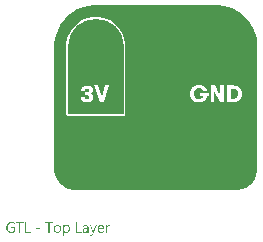
<source format=gtl>
G04*
G04 #@! TF.GenerationSoftware,Altium Limited,Altium Designer,22.11.1 (43)*
G04*
G04 Layer_Physical_Order=1*
G04 Layer_Color=255*
%FSLAX44Y44*%
%MOMM*%
G71*
G04*
G04 #@! TF.SameCoordinates,218574FE-C399-4EC2-8256-894566C44971*
G04*
G04*
G04 #@! TF.FilePolarity,Positive*
G04*
G01*
G75*
%ADD10R,4.7326X3.2360*%
%ADD11C,4.7500*%
%ADD12C,0.6000*%
G36*
X738699Y678661D02*
X738699Y678661D01*
X740998Y678661D01*
X745554Y678061D01*
X749994Y676871D01*
X754240Y675113D01*
X758220Y672815D01*
X761867Y670017D01*
X765117Y666767D01*
X767914Y663121D01*
X770212Y659140D01*
X771971Y654894D01*
X773161Y650455D01*
X773761Y645898D01*
X773761Y643600D01*
X773761Y540000D01*
X773761Y538231D01*
X773070Y534761D01*
X771716Y531492D01*
X769751Y528551D01*
X767249Y526049D01*
X764307Y524083D01*
X761038Y522729D01*
X757569Y522039D01*
X755799Y522039D01*
X620000Y522039D01*
X618231Y522039D01*
X614761Y522729D01*
X611492Y524083D01*
X608551Y526049D01*
X606049Y528551D01*
X604083Y531492D01*
X602729Y534761D01*
X602039Y538231D01*
X602039Y540000D01*
X602039Y643600D01*
X602039Y645898D01*
X602639Y650455D01*
X603829Y654894D01*
X605587Y659140D01*
X607885Y663121D01*
X610683Y666767D01*
X613933Y670017D01*
X617579Y672815D01*
X621560Y675113D01*
X625806Y676872D01*
X630245Y678061D01*
X634802Y678661D01*
X637100Y678661D01*
X738699Y678661D01*
X738699Y678661D02*
G37*
G36*
X566144Y495059D02*
X566270Y495051D01*
X566419Y495043D01*
X566576Y495028D01*
X566756Y495004D01*
X566945Y494981D01*
X567141Y494949D01*
X567345Y494910D01*
X567549Y494863D01*
X567753Y494808D01*
X567957Y494745D01*
X568161Y494675D01*
X568349Y494588D01*
X568349Y493434D01*
X568334Y493442D01*
X568302Y493466D01*
X568240Y493497D01*
X568161Y493544D01*
X568051Y493591D01*
X567926Y493654D01*
X567784Y493709D01*
X567620Y493780D01*
X567447Y493843D01*
X567251Y493905D01*
X567039Y493960D01*
X566811Y494007D01*
X566568Y494055D01*
X566317Y494086D01*
X566058Y494109D01*
X565783Y494117D01*
X565720Y494117D01*
X565642Y494109D01*
X565532Y494102D01*
X565406Y494086D01*
X565257Y494062D01*
X565092Y494031D01*
X564912Y493992D01*
X564724Y493937D01*
X564527Y493866D01*
X564323Y493780D01*
X564111Y493678D01*
X563907Y493560D01*
X563711Y493427D01*
X563515Y493262D01*
X563326Y493081D01*
X563319Y493074D01*
X563287Y493034D01*
X563240Y492979D01*
X563177Y492893D01*
X563107Y492791D01*
X563020Y492673D01*
X562934Y492524D01*
X562848Y492359D01*
X562761Y492179D01*
X562675Y491975D01*
X562589Y491755D01*
X562518Y491520D01*
X562455Y491268D01*
X562408Y491002D01*
X562377Y490711D01*
X562369Y490413D01*
X562369Y490405D01*
X562369Y490397D01*
X562369Y490374D01*
X562369Y490342D01*
X562369Y490295D01*
X562377Y490248D01*
X562385Y490130D01*
X562392Y489989D01*
X562416Y489824D01*
X562439Y489644D01*
X562479Y489447D01*
X562526Y489235D01*
X562589Y489016D01*
X562659Y488796D01*
X562746Y488568D01*
X562848Y488349D01*
X562965Y488137D01*
X563099Y487933D01*
X563256Y487744D01*
X563264Y487736D01*
X563295Y487705D01*
X563350Y487658D01*
X563421Y487595D01*
X563507Y487524D01*
X563617Y487438D01*
X563742Y487352D01*
X563891Y487266D01*
X564056Y487171D01*
X564237Y487085D01*
X564433Y487006D01*
X564653Y486928D01*
X564880Y486865D01*
X565132Y486818D01*
X565391Y486787D01*
X565673Y486779D01*
X565775Y486779D01*
X565846Y486787D01*
X565940Y486795D01*
X566042Y486802D01*
X566160Y486810D01*
X566293Y486834D01*
X566427Y486850D01*
X566576Y486881D01*
X566874Y486952D01*
X567031Y486999D01*
X567180Y487062D01*
X567329Y487124D01*
X567478Y487195D01*
X567478Y489699D01*
X565524Y489699D01*
X565524Y490648D01*
X568530Y490648D01*
X568530Y486598D01*
X568514Y486590D01*
X568467Y486567D01*
X568397Y486528D01*
X568295Y486481D01*
X568169Y486426D01*
X568020Y486363D01*
X567847Y486292D01*
X567651Y486222D01*
X567439Y486151D01*
X567204Y486080D01*
X566960Y486018D01*
X566701Y485963D01*
X566427Y485916D01*
X566136Y485876D01*
X565846Y485853D01*
X565540Y485845D01*
X565453Y485845D01*
X565414Y485853D01*
X565359Y485853D01*
X565296Y485861D01*
X565226Y485861D01*
X565061Y485884D01*
X564873Y485908D01*
X564669Y485947D01*
X564441Y486002D01*
X564198Y486065D01*
X563946Y486143D01*
X563687Y486245D01*
X563428Y486363D01*
X563169Y486504D01*
X562918Y486669D01*
X562675Y486857D01*
X562447Y487069D01*
X562432Y487085D01*
X562400Y487124D01*
X562337Y487195D01*
X562267Y487297D01*
X562173Y487415D01*
X562079Y487564D01*
X561969Y487744D01*
X561859Y487940D01*
X561749Y488160D01*
X561639Y488411D01*
X561545Y488678D01*
X561451Y488969D01*
X561380Y489275D01*
X561317Y489612D01*
X561286Y489965D01*
X561270Y490334D01*
X561270Y490342D01*
X561270Y490358D01*
X561270Y490389D01*
X561270Y490429D01*
X561278Y490476D01*
X561278Y490538D01*
X561286Y490601D01*
X561294Y490680D01*
X561301Y490766D01*
X561309Y490852D01*
X561341Y491056D01*
X561380Y491292D01*
X561435Y491535D01*
X561506Y491802D01*
X561592Y492077D01*
X561694Y492359D01*
X561819Y492642D01*
X561976Y492924D01*
X562149Y493207D01*
X562353Y493474D01*
X562581Y493733D01*
X562597Y493749D01*
X562644Y493788D01*
X562714Y493858D01*
X562816Y493945D01*
X562950Y494039D01*
X563099Y494157D01*
X563279Y494274D01*
X563491Y494400D01*
X563719Y494525D01*
X563970Y494643D01*
X564237Y494761D01*
X564535Y494855D01*
X564849Y494941D01*
X565179Y495012D01*
X565532Y495051D01*
X565901Y495067D01*
X566042Y495067D01*
X566144Y495059D01*
X566144Y495059D02*
G37*
G36*
X612733Y492508D02*
X612820Y492500D01*
X612922Y492493D01*
X613039Y492469D01*
X613173Y492446D01*
X613322Y492406D01*
X613471Y492359D01*
X613628Y492304D01*
X613785Y492234D01*
X613950Y492155D01*
X614107Y492053D01*
X614256Y491935D01*
X614405Y491802D01*
X614538Y491653D01*
X614546Y491645D01*
X614570Y491614D01*
X614601Y491567D01*
X614648Y491496D01*
X614696Y491410D01*
X614758Y491308D01*
X614821Y491182D01*
X614884Y491049D01*
X614947Y490892D01*
X615009Y490719D01*
X615072Y490531D01*
X615119Y490326D01*
X615166Y490107D01*
X615198Y489871D01*
X615221Y489620D01*
X615229Y489361D01*
X615229Y489353D01*
X615229Y489345D01*
X615229Y489322D01*
X615229Y489291D01*
X615221Y489204D01*
X615214Y489094D01*
X615206Y488961D01*
X615190Y488804D01*
X615166Y488631D01*
X615135Y488443D01*
X615088Y488247D01*
X615041Y488035D01*
X614978Y487823D01*
X614900Y487611D01*
X614813Y487399D01*
X614711Y487187D01*
X614586Y486991D01*
X614452Y486802D01*
X614444Y486795D01*
X614413Y486763D01*
X614374Y486716D01*
X614311Y486653D01*
X614232Y486583D01*
X614138Y486496D01*
X614021Y486410D01*
X613895Y486324D01*
X613754Y486237D01*
X613589Y486151D01*
X613416Y486065D01*
X613228Y485994D01*
X613024Y485931D01*
X612804Y485884D01*
X612569Y485853D01*
X612325Y485845D01*
X612270Y485845D01*
X612207Y485853D01*
X612121Y485861D01*
X612019Y485876D01*
X611901Y485900D01*
X611768Y485931D01*
X611619Y485978D01*
X611470Y486033D01*
X611313Y486104D01*
X611156Y486190D01*
X610991Y486292D01*
X610834Y486418D01*
X610685Y486559D01*
X610544Y486724D01*
X610410Y486912D01*
X610387Y486912D01*
X610387Y483066D01*
X609366Y483066D01*
X609366Y492367D01*
X610387Y492367D01*
X610387Y491245D01*
X610410Y491245D01*
X610418Y491260D01*
X610449Y491300D01*
X610489Y491362D01*
X610551Y491441D01*
X610630Y491543D01*
X610724Y491645D01*
X610842Y491763D01*
X610967Y491880D01*
X611116Y491998D01*
X611281Y492116D01*
X611462Y492218D01*
X611658Y492320D01*
X611870Y492398D01*
X612105Y492461D01*
X612349Y492500D01*
X612616Y492516D01*
X612671Y492516D01*
X612733Y492508D01*
X612733Y492508D02*
G37*
G36*
X648523Y492469D02*
X648609Y492469D01*
X648704Y492453D01*
X648805Y492438D01*
X648907Y492422D01*
X648994Y492391D01*
X648994Y491331D01*
X648978Y491339D01*
X648947Y491362D01*
X648884Y491394D01*
X648798Y491433D01*
X648680Y491472D01*
X648554Y491504D01*
X648397Y491527D01*
X648217Y491535D01*
X648154Y491535D01*
X648107Y491527D01*
X648052Y491520D01*
X647989Y491504D01*
X647840Y491457D01*
X647754Y491425D01*
X647667Y491386D01*
X647573Y491331D01*
X647479Y491276D01*
X647393Y491205D01*
X647299Y491119D01*
X647212Y491025D01*
X647126Y490915D01*
X647118Y490907D01*
X647110Y490884D01*
X647087Y490852D01*
X647055Y490805D01*
X647024Y490742D01*
X646985Y490664D01*
X646945Y490578D01*
X646906Y490476D01*
X646867Y490366D01*
X646828Y490240D01*
X646788Y490099D01*
X646757Y489950D01*
X646726Y489785D01*
X646702Y489612D01*
X646694Y489432D01*
X646686Y489235D01*
X646686Y485994D01*
X645666Y485994D01*
X645666Y492367D01*
X646686Y492367D01*
X646686Y491049D01*
X646710Y491049D01*
X646710Y491056D01*
X646718Y491080D01*
X646733Y491111D01*
X646749Y491158D01*
X646773Y491213D01*
X646804Y491284D01*
X646875Y491433D01*
X646969Y491606D01*
X647087Y491778D01*
X647220Y491943D01*
X647377Y492100D01*
X647385Y492108D01*
X647401Y492116D01*
X647424Y492132D01*
X647456Y492163D01*
X647495Y492187D01*
X647550Y492218D01*
X647667Y492289D01*
X647817Y492359D01*
X647989Y492422D01*
X648178Y492461D01*
X648280Y492469D01*
X648382Y492477D01*
X648445Y492477D01*
X648523Y492469D01*
X648523Y492469D02*
G37*
G36*
X589894Y489141D02*
X586496Y489141D01*
X586496Y489942D01*
X589894Y489942D01*
X589894Y489141D01*
X589894Y489141D02*
G37*
G36*
X634976Y484974D02*
X634976Y484966D01*
X634968Y484950D01*
X634953Y484927D01*
X634937Y484887D01*
X634921Y484840D01*
X634898Y484793D01*
X634835Y484668D01*
X634749Y484519D01*
X634655Y484346D01*
X634537Y484173D01*
X634403Y483985D01*
X634254Y483804D01*
X634089Y483624D01*
X633909Y483451D01*
X633713Y483302D01*
X633501Y483176D01*
X633391Y483129D01*
X633273Y483082D01*
X633155Y483043D01*
X633030Y483019D01*
X632904Y483004D01*
X632771Y482996D01*
X632708Y482996D01*
X632630Y483004D01*
X632535Y483004D01*
X632433Y483019D01*
X632323Y483035D01*
X632206Y483051D01*
X632104Y483082D01*
X632104Y483993D01*
X632119Y483985D01*
X632159Y483977D01*
X632221Y483961D01*
X632300Y483938D01*
X632394Y483914D01*
X632496Y483899D01*
X632606Y483891D01*
X632708Y483883D01*
X632739Y483883D01*
X632779Y483891D01*
X632834Y483899D01*
X632896Y483914D01*
X632975Y483930D01*
X633053Y483961D01*
X633148Y484001D01*
X633234Y484048D01*
X633336Y484110D01*
X633430Y484181D01*
X633524Y484267D01*
X633619Y484377D01*
X633713Y484495D01*
X633791Y484636D01*
X633870Y484801D01*
X634380Y486002D01*
X631892Y492367D01*
X633022Y492367D01*
X634749Y487462D01*
X634749Y487454D01*
X634757Y487438D01*
X634764Y487415D01*
X634780Y487368D01*
X634796Y487305D01*
X634812Y487218D01*
X634843Y487109D01*
X634874Y486975D01*
X634913Y486975D01*
X634913Y486983D01*
X634921Y487006D01*
X634929Y487038D01*
X634945Y487093D01*
X634961Y487156D01*
X634976Y487234D01*
X635008Y487336D01*
X635039Y487446D01*
X636852Y492367D01*
X637904Y492367D01*
X634976Y484974D01*
X634976Y484974D02*
G37*
G36*
X628760Y492508D02*
X628815Y492508D01*
X628870Y492500D01*
X628941Y492493D01*
X629019Y492477D01*
X629184Y492446D01*
X629380Y492391D01*
X629576Y492320D01*
X629788Y492218D01*
X630000Y492092D01*
X630102Y492022D01*
X630204Y491935D01*
X630299Y491841D01*
X630393Y491747D01*
X630479Y491637D01*
X630558Y491512D01*
X630636Y491386D01*
X630707Y491245D01*
X630762Y491088D01*
X630816Y490923D01*
X630856Y490750D01*
X630887Y490554D01*
X630903Y490358D01*
X630911Y490138D01*
X630911Y485994D01*
X629890Y485994D01*
X629890Y486983D01*
X629867Y486983D01*
X629859Y486967D01*
X629835Y486936D01*
X629796Y486881D01*
X629741Y486802D01*
X629671Y486716D01*
X629584Y486622D01*
X629490Y486520D01*
X629372Y486418D01*
X629239Y486308D01*
X629098Y486206D01*
X628933Y486112D01*
X628760Y486025D01*
X628564Y485947D01*
X628360Y485892D01*
X628140Y485861D01*
X627905Y485845D01*
X627811Y485845D01*
X627748Y485853D01*
X627669Y485861D01*
X627575Y485868D01*
X627473Y485884D01*
X627363Y485908D01*
X627120Y485970D01*
X627002Y486010D01*
X626876Y486057D01*
X626751Y486112D01*
X626633Y486182D01*
X626523Y486261D01*
X626413Y486347D01*
X626406Y486355D01*
X626390Y486371D01*
X626366Y486402D01*
X626327Y486441D01*
X626288Y486488D01*
X626249Y486551D01*
X626194Y486622D01*
X626147Y486700D01*
X626100Y486795D01*
X626052Y486897D01*
X626005Y487006D01*
X625966Y487124D01*
X625927Y487250D01*
X625903Y487383D01*
X625888Y487532D01*
X625880Y487682D01*
X625880Y487689D01*
X625880Y487705D01*
X625880Y487729D01*
X625888Y487760D01*
X625888Y487799D01*
X625895Y487846D01*
X625911Y487964D01*
X625942Y488105D01*
X625990Y488262D01*
X626052Y488435D01*
X626147Y488615D01*
X626256Y488796D01*
X626390Y488977D01*
X626476Y489063D01*
X626563Y489149D01*
X626665Y489235D01*
X626767Y489314D01*
X626884Y489393D01*
X627010Y489463D01*
X627143Y489526D01*
X627293Y489589D01*
X627449Y489644D01*
X627614Y489691D01*
X627795Y489730D01*
X627983Y489761D01*
X629890Y490028D01*
X629890Y490036D01*
X629890Y490044D01*
X629890Y490067D01*
X629890Y490099D01*
X629883Y490177D01*
X629867Y490279D01*
X629851Y490405D01*
X629820Y490546D01*
X629781Y490687D01*
X629726Y490844D01*
X629655Y490994D01*
X629569Y491143D01*
X629467Y491276D01*
X629341Y491402D01*
X629184Y491504D01*
X629011Y491582D01*
X628917Y491614D01*
X628807Y491637D01*
X628697Y491645D01*
X628580Y491653D01*
X628525Y491653D01*
X628470Y491645D01*
X628383Y491637D01*
X628281Y491629D01*
X628164Y491614D01*
X628030Y491590D01*
X627889Y491559D01*
X627732Y491512D01*
X627567Y491465D01*
X627394Y491402D01*
X627214Y491323D01*
X627034Y491229D01*
X626853Y491127D01*
X626673Y491009D01*
X626500Y490868D01*
X626500Y491912D01*
X626508Y491920D01*
X626539Y491935D01*
X626594Y491967D01*
X626665Y492006D01*
X626759Y492053D01*
X626861Y492100D01*
X626986Y492155D01*
X627128Y492218D01*
X627277Y492273D01*
X627442Y492328D01*
X627622Y492375D01*
X627811Y492422D01*
X628015Y492461D01*
X628219Y492493D01*
X628438Y492508D01*
X628666Y492516D01*
X628721Y492516D01*
X628760Y492508D01*
X628760Y492508D02*
G37*
G36*
X621539Y486936D02*
X625126Y486936D01*
X625126Y485994D01*
X620496Y485994D01*
X620496Y494918D01*
X621539Y494918D01*
X621539Y486936D01*
X621539Y486936D02*
G37*
G36*
X600631Y493968D02*
X598056Y493968D01*
X598056Y485994D01*
X597013Y485994D01*
X597013Y493968D01*
X594438Y493968D01*
X594438Y494918D01*
X600631Y494918D01*
X600631Y493968D01*
X600631Y493968D02*
G37*
G36*
X578325Y486936D02*
X581912Y486936D01*
X581912Y485994D01*
X577281Y485994D01*
X577281Y494918D01*
X578325Y494918D01*
X578325Y486936D01*
X578325Y486936D02*
G37*
G36*
X575876Y493968D02*
X573302Y493968D01*
X573302Y485994D01*
X572258Y485994D01*
X572258Y493968D01*
X569684Y493968D01*
X569684Y494918D01*
X575876Y494918D01*
X575876Y493968D01*
X575876Y493968D02*
G37*
G36*
X641624Y492508D02*
X641710Y492500D01*
X641820Y492493D01*
X641938Y492477D01*
X642071Y492446D01*
X642213Y492414D01*
X642370Y492375D01*
X642527Y492320D01*
X642684Y492249D01*
X642848Y492171D01*
X643005Y492077D01*
X643155Y491967D01*
X643304Y491841D01*
X643437Y491700D01*
X643445Y491692D01*
X643468Y491661D01*
X643500Y491614D01*
X643547Y491551D01*
X643594Y491472D01*
X643657Y491370D01*
X643720Y491253D01*
X643782Y491119D01*
X643845Y490962D01*
X643908Y490797D01*
X643971Y490609D01*
X644018Y490413D01*
X644065Y490193D01*
X644096Y489965D01*
X644120Y489714D01*
X644128Y489455D01*
X644128Y488922D01*
X639623Y488922D01*
X639623Y488906D01*
X639623Y488875D01*
X639631Y488820D01*
X639638Y488749D01*
X639646Y488655D01*
X639662Y488553D01*
X639678Y488443D01*
X639709Y488317D01*
X639780Y488050D01*
X639827Y487917D01*
X639882Y487776D01*
X639944Y487642D01*
X640015Y487509D01*
X640101Y487391D01*
X640196Y487273D01*
X640203Y487266D01*
X640219Y487250D01*
X640250Y487218D01*
X640298Y487187D01*
X640353Y487140D01*
X640423Y487093D01*
X640502Y487038D01*
X640588Y486991D01*
X640690Y486936D01*
X640808Y486881D01*
X640926Y486834D01*
X641067Y486787D01*
X641208Y486755D01*
X641365Y486724D01*
X641530Y486708D01*
X641702Y486700D01*
X641750Y486700D01*
X641805Y486708D01*
X641883Y486708D01*
X641977Y486724D01*
X642087Y486740D01*
X642213Y486763D01*
X642354Y486787D01*
X642503Y486826D01*
X642660Y486873D01*
X642825Y486928D01*
X642990Y486999D01*
X643162Y487077D01*
X643335Y487171D01*
X643508Y487281D01*
X643680Y487407D01*
X643680Y486449D01*
X643672Y486441D01*
X643641Y486426D01*
X643594Y486394D01*
X643531Y486355D01*
X643445Y486308D01*
X643343Y486261D01*
X643225Y486206D01*
X643092Y486151D01*
X642935Y486088D01*
X642770Y486033D01*
X642589Y485986D01*
X642393Y485939D01*
X642181Y485900D01*
X641954Y485868D01*
X641710Y485853D01*
X641459Y485845D01*
X641396Y485845D01*
X641334Y485853D01*
X641239Y485861D01*
X641122Y485868D01*
X640988Y485892D01*
X640847Y485916D01*
X640690Y485955D01*
X640525Y486002D01*
X640353Y486057D01*
X640172Y486128D01*
X639999Y486206D01*
X639819Y486308D01*
X639654Y486426D01*
X639489Y486559D01*
X639340Y486708D01*
X639332Y486716D01*
X639309Y486748D01*
X639269Y486802D01*
X639222Y486873D01*
X639160Y486959D01*
X639097Y487069D01*
X639026Y487195D01*
X638955Y487344D01*
X638885Y487501D01*
X638814Y487689D01*
X638751Y487886D01*
X638689Y488105D01*
X638642Y488341D01*
X638602Y488592D01*
X638579Y488867D01*
X638571Y489149D01*
X638571Y489157D01*
X638571Y489165D01*
X638571Y489188D01*
X638571Y489212D01*
X638579Y489291D01*
X638587Y489400D01*
X638595Y489526D01*
X638618Y489667D01*
X638642Y489832D01*
X638673Y490013D01*
X638720Y490201D01*
X638775Y490397D01*
X638846Y490601D01*
X638924Y490805D01*
X639018Y491002D01*
X639136Y491205D01*
X639262Y491394D01*
X639411Y491574D01*
X639419Y491582D01*
X639450Y491614D01*
X639497Y491661D01*
X639560Y491724D01*
X639646Y491794D01*
X639748Y491873D01*
X639858Y491959D01*
X639991Y492045D01*
X640133Y492132D01*
X640298Y492218D01*
X640470Y492296D01*
X640651Y492367D01*
X640847Y492430D01*
X641059Y492477D01*
X641279Y492508D01*
X641506Y492516D01*
X641561Y492516D01*
X641624Y492508D01*
X641624Y492508D02*
G37*
G36*
X604846Y492508D02*
X604948Y492500D01*
X605065Y492493D01*
X605206Y492469D01*
X605356Y492446D01*
X605521Y492406D01*
X605701Y492359D01*
X605882Y492304D01*
X606062Y492234D01*
X606250Y492147D01*
X606431Y492045D01*
X606611Y491928D01*
X606776Y491794D01*
X606933Y491637D01*
X606941Y491629D01*
X606965Y491598D01*
X607004Y491543D01*
X607059Y491472D01*
X607122Y491386D01*
X607184Y491276D01*
X607263Y491151D01*
X607333Y491002D01*
X607412Y490837D01*
X607483Y490656D01*
X607545Y490460D01*
X607608Y490240D01*
X607663Y490005D01*
X607702Y489753D01*
X607726Y489487D01*
X607734Y489204D01*
X607734Y489196D01*
X607734Y489188D01*
X607734Y489165D01*
X607734Y489133D01*
X607726Y489055D01*
X607718Y488953D01*
X607710Y488820D01*
X607687Y488670D01*
X607663Y488506D01*
X607624Y488325D01*
X607577Y488137D01*
X607522Y487933D01*
X607451Y487729D01*
X607373Y487524D01*
X607271Y487321D01*
X607153Y487124D01*
X607020Y486936D01*
X606870Y486755D01*
X606863Y486748D01*
X606831Y486716D01*
X606784Y486669D01*
X606713Y486614D01*
X606627Y486544D01*
X606525Y486465D01*
X606399Y486386D01*
X606258Y486300D01*
X606101Y486214D01*
X605929Y486135D01*
X605740Y486057D01*
X605536Y485986D01*
X605309Y485931D01*
X605073Y485884D01*
X604830Y485853D01*
X604563Y485845D01*
X604500Y485845D01*
X604430Y485853D01*
X604328Y485861D01*
X604210Y485868D01*
X604068Y485892D01*
X603919Y485916D01*
X603755Y485955D01*
X603574Y486002D01*
X603394Y486065D01*
X603205Y486135D01*
X603017Y486222D01*
X602828Y486324D01*
X602640Y486441D01*
X602467Y486575D01*
X602303Y486732D01*
X602295Y486740D01*
X602263Y486771D01*
X602224Y486826D01*
X602169Y486897D01*
X602106Y486983D01*
X602036Y487093D01*
X601965Y487218D01*
X601887Y487368D01*
X601808Y487524D01*
X601730Y487705D01*
X601659Y487901D01*
X601596Y488113D01*
X601541Y488333D01*
X601502Y488576D01*
X601471Y488835D01*
X601463Y489102D01*
X601463Y489110D01*
X601463Y489118D01*
X601463Y489141D01*
X601463Y489173D01*
X601471Y489259D01*
X601479Y489369D01*
X601486Y489502D01*
X601510Y489659D01*
X601533Y489832D01*
X601573Y490020D01*
X601620Y490217D01*
X601675Y490421D01*
X601745Y490633D01*
X601832Y490844D01*
X601934Y491049D01*
X602044Y491245D01*
X602177Y491433D01*
X602334Y491614D01*
X602342Y491622D01*
X602373Y491653D01*
X602428Y491700D01*
X602499Y491755D01*
X602585Y491826D01*
X602695Y491896D01*
X602821Y491982D01*
X602962Y492069D01*
X603119Y492147D01*
X603299Y492234D01*
X603495Y492304D01*
X603708Y492375D01*
X603935Y492430D01*
X604178Y492477D01*
X604437Y492508D01*
X604712Y492516D01*
X604775Y492516D01*
X604846Y492508D01*
X604846Y492508D02*
G37*
%LPC*%
G36*
X732668Y611042D02*
X732668Y603986D01*
X725484Y603986D01*
X725484Y601527D01*
X727996Y601527D01*
X727921Y601304D01*
X727836Y601091D01*
X727740Y600889D01*
X727634Y600697D01*
X727517Y600527D01*
X727389Y600367D01*
X727251Y600218D01*
X727112Y600080D01*
X726974Y599952D01*
X726825Y599835D01*
X726516Y599633D01*
X726197Y599473D01*
X725888Y599335D01*
X725580Y599239D01*
X725292Y599154D01*
X725026Y599101D01*
X724792Y599069D01*
X724696Y599048D01*
X724601Y599048D01*
X724515Y599037D01*
X724452Y599026D01*
X724324Y599026D01*
X723983Y599037D01*
X723653Y599080D01*
X723355Y599143D01*
X723068Y599229D01*
X722791Y599324D01*
X722546Y599431D01*
X722323Y599548D01*
X722121Y599676D01*
X721929Y599793D01*
X721770Y599910D01*
X721631Y600016D01*
X721525Y600112D01*
X721429Y600197D01*
X721365Y600261D01*
X721323Y600303D01*
X721312Y600314D01*
X721110Y600570D01*
X720939Y600825D01*
X720790Y601102D01*
X720663Y601379D01*
X720556Y601655D01*
X720471Y601932D01*
X720397Y602198D01*
X720333Y602453D01*
X720290Y602698D01*
X720258Y602922D01*
X720237Y603113D01*
X720216Y603294D01*
X720216Y603433D01*
X720205Y603539D01*
X720205Y603571D01*
X720205Y603603D01*
X720205Y603613D01*
X720205Y603624D01*
X720216Y604007D01*
X720248Y604369D01*
X720301Y604710D01*
X720365Y605029D01*
X720450Y605337D01*
X720535Y605614D01*
X720631Y605870D01*
X720737Y606104D01*
X720833Y606306D01*
X720939Y606487D01*
X721025Y606646D01*
X721110Y606774D01*
X721184Y606870D01*
X721237Y606945D01*
X721269Y606998D01*
X721280Y607008D01*
X721493Y607243D01*
X721727Y607445D01*
X721982Y607615D01*
X722238Y607764D01*
X722504Y607892D01*
X722759Y607998D01*
X723025Y608083D01*
X723270Y608158D01*
X723504Y608211D01*
X723728Y608254D01*
X723930Y608275D01*
X724100Y608296D01*
X724239Y608307D01*
X724345Y608317D01*
X724441Y608317D01*
X724664Y608307D01*
X724888Y608296D01*
X725090Y608264D01*
X725292Y608232D01*
X725473Y608190D01*
X725643Y608136D01*
X725792Y608083D01*
X725931Y608041D01*
X726059Y607988D01*
X726176Y607934D01*
X726271Y607881D01*
X726346Y607839D01*
X726410Y607807D01*
X726463Y607775D01*
X726484Y607764D01*
X726495Y607753D01*
X726644Y607647D01*
X726772Y607530D01*
X726889Y607413D01*
X727006Y607285D01*
X727091Y607168D01*
X727176Y607040D01*
X727251Y606923D01*
X727314Y606806D01*
X727410Y606604D01*
X727442Y606508D01*
X727474Y606434D01*
X727495Y606370D01*
X727506Y606327D01*
X727517Y606295D01*
X727517Y606285D01*
X731061Y606285D01*
X731007Y606668D01*
X730922Y607030D01*
X730816Y607370D01*
X730677Y607690D01*
X730518Y607998D01*
X730348Y608275D01*
X730177Y608541D01*
X729996Y608775D01*
X729815Y608977D01*
X729645Y609169D01*
X729485Y609328D01*
X729336Y609456D01*
X729219Y609563D01*
X729124Y609637D01*
X729070Y609690D01*
X729060Y609701D01*
X729049Y609701D01*
X728698Y609935D01*
X728325Y610148D01*
X727942Y610318D01*
X727549Y610478D01*
X727155Y610606D01*
X726772Y610712D01*
X726399Y610808D01*
X726048Y610872D01*
X725707Y610925D01*
X725399Y610967D01*
X725122Y610999D01*
X724994Y611010D01*
X724888Y611021D01*
X724781Y611031D01*
X724686Y611031D01*
X724611Y611042D01*
X724420Y611042D01*
X724090Y611031D01*
X723770Y611021D01*
X723462Y610989D01*
X723164Y610946D01*
X722589Y610840D01*
X722057Y610701D01*
X721557Y610542D01*
X721099Y610361D01*
X720684Y610169D01*
X720312Y609967D01*
X719971Y609765D01*
X719822Y609669D01*
X719673Y609573D01*
X719545Y609478D01*
X719428Y609392D01*
X719311Y609307D01*
X719215Y609233D01*
X719130Y609158D01*
X719056Y609094D01*
X718992Y609030D01*
X718939Y608988D01*
X718896Y608945D01*
X718864Y608913D01*
X718854Y608903D01*
X718843Y608892D01*
X718662Y608690D01*
X718481Y608477D01*
X718321Y608264D01*
X718172Y608051D01*
X717896Y607604D01*
X717672Y607157D01*
X717470Y606710D01*
X717310Y606263D01*
X717172Y605838D01*
X717066Y605423D01*
X716980Y605039D01*
X716917Y604688D01*
X716895Y604518D01*
X716874Y604369D01*
X716853Y604220D01*
X716842Y604092D01*
X716831Y603975D01*
X716821Y603869D01*
X716821Y603773D01*
X716810Y603699D01*
X716810Y603262D01*
X716831Y602975D01*
X716895Y602411D01*
X716991Y601879D01*
X717129Y601379D01*
X717278Y600910D01*
X717449Y600474D01*
X717640Y600069D01*
X717832Y599708D01*
X718023Y599388D01*
X718204Y599101D01*
X718375Y598845D01*
X718460Y598739D01*
X718534Y598643D01*
X718598Y598558D01*
X718662Y598484D01*
X718715Y598420D01*
X718768Y598367D01*
X718800Y598324D01*
X718832Y598292D01*
X718843Y598282D01*
X718854Y598271D01*
X719045Y598079D01*
X719258Y597909D01*
X719460Y597739D01*
X719673Y597590D01*
X720109Y597313D01*
X720567Y597079D01*
X721014Y596877D01*
X721461Y596706D01*
X721897Y596579D01*
X722312Y596462D01*
X722717Y596376D01*
X723079Y596313D01*
X723249Y596291D01*
X723409Y596270D01*
X723547Y596249D01*
X723685Y596238D01*
X723813Y596227D01*
X723919Y596217D01*
X724015Y596217D01*
X724090Y596206D01*
X732668Y596206D01*
X732668Y611042D01*
X732668Y611042D02*
G37*
G36*
X753857Y610648D02*
X748408Y610648D01*
X748408Y596600D01*
X760871Y596600D01*
X753708Y596600D01*
X754017Y596611D01*
X754304Y596621D01*
X754879Y596685D01*
X755411Y596791D01*
X755911Y596919D01*
X756379Y597068D01*
X756805Y597239D01*
X757199Y597419D01*
X757550Y597611D01*
X757869Y597803D01*
X758146Y597984D01*
X758380Y598154D01*
X758582Y598303D01*
X758657Y598377D01*
X758731Y598430D01*
X758795Y598494D01*
X758848Y598537D01*
X758880Y598569D01*
X758912Y598601D01*
X758923Y598611D01*
X758934Y598622D01*
X759115Y598814D01*
X759274Y599016D01*
X759434Y599218D01*
X759572Y599420D01*
X759827Y599835D01*
X760051Y600250D01*
X760243Y600676D01*
X760402Y601091D01*
X760530Y601496D01*
X760626Y601879D01*
X760711Y602240D01*
X760764Y602570D01*
X760807Y602868D01*
X760828Y602996D01*
X760839Y603113D01*
X760849Y603230D01*
X760860Y603326D01*
X760860Y603411D01*
X760871Y603486D01*
X760871Y603890D01*
X760871Y603890D01*
X760871Y603975D01*
X760871Y603890D01*
X760849Y604156D01*
X760785Y604688D01*
X760690Y605178D01*
X760562Y605657D01*
X760424Y606093D01*
X760253Y606508D01*
X760083Y606881D01*
X759902Y607232D01*
X759710Y607541D01*
X759540Y607817D01*
X759370Y608051D01*
X759232Y608254D01*
X759157Y608339D01*
X759104Y608413D01*
X759051Y608466D01*
X759008Y608520D01*
X758976Y608562D01*
X758944Y608594D01*
X758934Y608605D01*
X758923Y608615D01*
X758742Y608796D01*
X758540Y608977D01*
X758348Y609137D01*
X758135Y609286D01*
X757720Y609563D01*
X757284Y609786D01*
X756848Y609988D01*
X756422Y610148D01*
X755996Y610286D01*
X755581Y610393D01*
X755198Y610478D01*
X754847Y610542D01*
X754677Y610563D01*
X754528Y610584D01*
X754379Y610606D01*
X754251Y610616D01*
X754134Y610627D01*
X754027Y610638D01*
X753932Y610638D01*
X753857Y610648D01*
X753857Y610648D02*
G37*
G36*
X745662Y610648D02*
X742555Y610648D01*
X742555Y601549D01*
X737680Y610648D01*
X734349Y610648D01*
X734349Y596600D01*
X745662Y596600D01*
X745662Y610648D01*
X745662Y610648D02*
G37*
G36*
X760800Y613342D02*
X715799Y613342D01*
X715799Y595660D01*
X715810Y595660D01*
X715810Y612042D01*
X760800Y612042D01*
X760800Y613342D01*
X760800Y613342D02*
G37*
G36*
X639567Y668650D02*
X634633Y668650D01*
X629793Y667687D01*
X625234Y665799D01*
X621132Y663058D01*
X617642Y659568D01*
X614901Y655466D01*
X613013Y650907D01*
X612050Y646067D01*
X612050Y643977D01*
X612043Y643960D01*
X612043Y637960D01*
X612043Y637960D01*
X612043Y586165D01*
X612455Y585170D01*
X613450Y584758D01*
X660750Y584758D01*
X661745Y585170D01*
X662157Y586165D01*
X662157Y611537D01*
X662183Y611600D01*
X662183Y643960D01*
X662150Y644040D01*
X662150Y646067D01*
X661187Y650907D01*
X659299Y655466D01*
X656558Y659568D01*
X653068Y663058D01*
X648966Y665799D01*
X644407Y667687D01*
X639567Y668650D01*
X639567Y668650D02*
G37*
%LPD*%
G36*
X732668Y596206D02*
X724239Y596206D01*
X724771Y596217D01*
X725271Y596270D01*
X725750Y596334D01*
X726197Y596419D01*
X726623Y596525D01*
X727006Y596642D01*
X727368Y596770D01*
X727687Y596898D01*
X727974Y597026D01*
X728230Y597153D01*
X728453Y597270D01*
X728634Y597377D01*
X728772Y597462D01*
X728879Y597526D01*
X728943Y597579D01*
X728964Y597590D01*
X729294Y597866D01*
X729592Y598164D01*
X729869Y598473D01*
X730113Y598792D01*
X730337Y599122D01*
X730528Y599452D01*
X730699Y599771D01*
X730848Y600080D01*
X730975Y600378D01*
X731082Y600655D01*
X731167Y600900D01*
X731231Y601112D01*
X731263Y601198D01*
X731284Y601283D01*
X731305Y601357D01*
X731327Y601421D01*
X731337Y601464D01*
X731337Y601496D01*
X731348Y601517D01*
X731348Y601527D01*
X732668Y601527D01*
X732668Y596206D01*
X732668Y596206D02*
G37*
G36*
X753761Y607902D02*
X754091Y607860D01*
X754410Y607796D01*
X754708Y607721D01*
X754975Y607626D01*
X755230Y607519D01*
X755453Y607402D01*
X755656Y607285D01*
X755837Y607168D01*
X755996Y607051D01*
X756135Y606945D01*
X756241Y606849D01*
X756326Y606774D01*
X756390Y606710D01*
X756432Y606668D01*
X756443Y606657D01*
X756635Y606412D01*
X756794Y606168D01*
X756943Y605912D01*
X757060Y605657D01*
X757167Y605391D01*
X757252Y605146D01*
X757327Y604901D01*
X757380Y604667D01*
X757433Y604444D01*
X757465Y604241D01*
X757486Y604071D01*
X757497Y603911D01*
X757507Y603784D01*
X757518Y603688D01*
X757518Y603635D01*
X757518Y603613D01*
X757507Y603284D01*
X757476Y602975D01*
X757422Y602677D01*
X757348Y602389D01*
X757273Y602123D01*
X757178Y601868D01*
X757082Y601645D01*
X756986Y601432D01*
X756880Y601240D01*
X756784Y601070D01*
X756688Y600921D01*
X756613Y600804D01*
X756539Y600708D01*
X756486Y600634D01*
X756454Y600591D01*
X756443Y600580D01*
X756230Y600357D01*
X756007Y600165D01*
X755762Y599995D01*
X755517Y599857D01*
X755262Y599729D01*
X755006Y599633D01*
X754762Y599548D01*
X754517Y599484D01*
X754293Y599431D01*
X754081Y599388D01*
X753889Y599367D01*
X753729Y599346D01*
X753591Y599335D01*
X753484Y599324D01*
X751654Y599324D01*
X751654Y607913D01*
X753399Y607913D01*
X753761Y607902D01*
X753761Y607902D02*
G37*
G36*
X742331Y596600D02*
X737457Y596600D01*
X737457Y605689D01*
X742331Y596600D01*
X742331Y596600D02*
G37*
G36*
X622800Y612648D02*
X650050Y612648D01*
X650050Y637959D01*
X660750Y637959D01*
X660750Y586165D01*
X613450Y586165D01*
X613450Y637960D01*
X622800Y637960D01*
X622800Y612648D01*
X622800Y612648D02*
G37*
%LPC*%
G36*
X648557Y610648D02*
X645066Y610648D01*
X642150Y600729D01*
X639245Y610648D01*
X643865Y610648D01*
X635765Y610648D01*
X640469Y596600D01*
X635765Y596600D01*
X643842Y596600D01*
X648557Y610648D01*
X648557Y610648D02*
G37*
G36*
X629975Y610542D02*
X629826Y610542D01*
X629379Y610531D01*
X628964Y610489D01*
X628570Y610435D01*
X628209Y610361D01*
X627868Y610265D01*
X627549Y610169D01*
X627261Y610063D01*
X627006Y609957D01*
X626772Y609839D01*
X626570Y609733D01*
X626399Y609637D01*
X626250Y609542D01*
X626144Y609467D01*
X626059Y609414D01*
X626016Y609371D01*
X625995Y609361D01*
X625750Y609126D01*
X625527Y608882D01*
X625346Y608626D01*
X625186Y608371D01*
X625048Y608105D01*
X624931Y607849D01*
X624846Y607594D01*
X624771Y607338D01*
X624707Y607115D01*
X624665Y606891D01*
X624633Y606700D01*
X624611Y606540D01*
X624601Y606402D01*
X624590Y606296D01*
X624590Y606232D01*
X624590Y606221D01*
X624590Y606210D01*
X627794Y606210D01*
X627804Y606381D01*
X627815Y606530D01*
X627879Y606817D01*
X627964Y607051D01*
X628060Y607253D01*
X628102Y607338D01*
X628155Y607413D01*
X628198Y607477D01*
X628230Y607530D01*
X628272Y607573D01*
X628294Y607604D01*
X628304Y607615D01*
X628315Y607626D01*
X628421Y607711D01*
X628528Y607796D01*
X628762Y607924D01*
X628996Y608009D01*
X629220Y608073D01*
X629432Y608115D01*
X629518Y608126D01*
X629592Y608126D01*
X629656Y608137D01*
X629741Y608137D01*
X630018Y608115D01*
X630273Y608073D01*
X630486Y607998D01*
X630667Y607924D01*
X630816Y607849D01*
X630922Y607775D01*
X630954Y607753D01*
X630986Y607732D01*
X631008Y607711D01*
X631093Y607626D01*
X631167Y607541D01*
X631284Y607360D01*
X631369Y607179D01*
X631423Y606998D01*
X631465Y606838D01*
X631476Y606774D01*
X631476Y606711D01*
X631487Y606657D01*
X631487Y606625D01*
X631487Y606604D01*
X631487Y606594D01*
X631487Y606445D01*
X631465Y606296D01*
X631401Y606040D01*
X631306Y605816D01*
X631189Y605625D01*
X631040Y605465D01*
X630880Y605327D01*
X630699Y605221D01*
X630529Y605135D01*
X630348Y605061D01*
X630167Y605008D01*
X630007Y604976D01*
X629858Y604944D01*
X629741Y604933D01*
X629645Y604923D01*
X628177Y604923D01*
X628177Y602432D01*
X629730Y602432D01*
X629922Y602411D01*
X630092Y602390D01*
X630252Y602358D01*
X630401Y602315D01*
X630539Y602262D01*
X630784Y602145D01*
X630986Y602006D01*
X631167Y601857D01*
X631306Y601687D01*
X631423Y601528D01*
X631508Y601357D01*
X631572Y601187D01*
X631625Y601038D01*
X631657Y600900D01*
X631678Y600783D01*
X631689Y600687D01*
X631689Y600634D01*
X631689Y600623D01*
X631689Y600612D01*
X631678Y600463D01*
X631667Y600325D01*
X631604Y600070D01*
X631518Y599846D01*
X631423Y599665D01*
X631327Y599516D01*
X631242Y599410D01*
X631210Y599378D01*
X631178Y599346D01*
X631167Y599335D01*
X631157Y599325D01*
X631050Y599239D01*
X630944Y599165D01*
X630710Y599048D01*
X630475Y598963D01*
X630252Y598909D01*
X630050Y598867D01*
X629965Y598856D01*
X629890Y598856D01*
X629826Y598846D01*
X629741Y598846D01*
X629549Y598856D01*
X629369Y598867D01*
X629209Y598899D01*
X629049Y598931D01*
X628900Y598984D01*
X628773Y599027D01*
X628656Y599080D01*
X628539Y599133D01*
X628443Y599186D01*
X628358Y599239D01*
X628294Y599293D01*
X628230Y599335D01*
X628187Y599367D01*
X628155Y599399D01*
X628134Y599410D01*
X628123Y599420D01*
X628028Y599537D01*
X627943Y599665D01*
X627857Y599793D01*
X627794Y599931D01*
X627698Y600208D01*
X627634Y600474D01*
X627602Y600602D01*
X627591Y600719D01*
X627581Y600825D01*
X627570Y600910D01*
X627559Y600985D01*
X627559Y601049D01*
X627559Y601081D01*
X627559Y601091D01*
X624281Y601091D01*
X624303Y600676D01*
X624345Y600272D01*
X624409Y599910D01*
X624505Y599559D01*
X624601Y599239D01*
X624718Y598952D01*
X624846Y598686D01*
X624984Y598452D01*
X625112Y598239D01*
X625239Y598047D01*
X625356Y597898D01*
X625463Y597771D01*
X625548Y597664D01*
X625612Y597590D01*
X625665Y597547D01*
X625676Y597537D01*
X625952Y597324D01*
X626250Y597132D01*
X626559Y596962D01*
X626889Y596824D01*
X627229Y596707D01*
X627559Y596600D01*
X627889Y596526D01*
X628209Y596462D01*
X628507Y596409D01*
X628783Y596366D01*
X629039Y596345D01*
X629262Y596323D01*
X629347Y596313D01*
X629432Y596313D01*
X629507Y596302D01*
X624281Y596302D01*
X634988Y596302D01*
X634988Y600474D01*
X634977Y600708D01*
X634956Y600932D01*
X634924Y601144D01*
X634871Y601347D01*
X634818Y601538D01*
X634754Y601708D01*
X634690Y601879D01*
X634626Y602028D01*
X634552Y602155D01*
X634488Y602273D01*
X634424Y602379D01*
X634371Y602464D01*
X634317Y602528D01*
X634286Y602570D01*
X634264Y602603D01*
X634254Y602613D01*
X634115Y602773D01*
X633956Y602911D01*
X633796Y603039D01*
X633626Y603145D01*
X633455Y603252D01*
X633296Y603348D01*
X633125Y603422D01*
X632966Y603486D01*
X632817Y603550D01*
X632678Y603592D01*
X632551Y603635D01*
X632444Y603667D01*
X632359Y603688D01*
X632285Y603709D01*
X632242Y603720D01*
X632231Y603720D01*
X632455Y603794D01*
X632678Y603869D01*
X632870Y603954D01*
X633062Y604050D01*
X633232Y604156D01*
X633391Y604263D01*
X633540Y604369D01*
X633679Y604486D01*
X633807Y604614D01*
X633924Y604731D01*
X634126Y604986D01*
X634296Y605242D01*
X634435Y605497D01*
X634530Y605742D01*
X634615Y605976D01*
X634669Y606189D01*
X634701Y606381D01*
X634722Y606530D01*
X634733Y606594D01*
X634743Y606647D01*
X634743Y606700D01*
X634743Y606732D01*
X634743Y606742D01*
X634743Y606753D01*
X634733Y607072D01*
X634690Y607370D01*
X634615Y607658D01*
X634530Y607924D01*
X634435Y608169D01*
X634317Y608392D01*
X634190Y608605D01*
X634073Y608797D01*
X633945Y608956D01*
X633817Y609105D01*
X633700Y609233D01*
X633604Y609329D01*
X633519Y609414D01*
X633445Y609478D01*
X633402Y609510D01*
X633391Y609520D01*
X633136Y609701D01*
X632849Y609861D01*
X632561Y609999D01*
X632274Y610116D01*
X631976Y610212D01*
X631678Y610297D01*
X631380Y610361D01*
X631103Y610414D01*
X630848Y610457D01*
X630603Y610489D01*
X630380Y610510D01*
X630199Y610531D01*
X630039Y610531D01*
X629975Y610542D01*
X629975Y610542D02*
G37*
%LPD*%
G36*
X634988Y596302D02*
X629688Y596302D01*
X630124Y596313D01*
X630539Y596355D01*
X630933Y596409D01*
X631295Y596483D01*
X631636Y596568D01*
X631955Y596664D01*
X632242Y596770D01*
X632508Y596877D01*
X632742Y596983D01*
X632944Y597090D01*
X633115Y597185D01*
X633264Y597271D01*
X633381Y597345D01*
X633466Y597398D01*
X633509Y597441D01*
X633530Y597452D01*
X633785Y597675D01*
X634009Y597909D01*
X634211Y598154D01*
X634371Y598409D01*
X634520Y598665D01*
X634637Y598909D01*
X634733Y599154D01*
X634807Y599399D01*
X634871Y599612D01*
X634913Y599825D01*
X634945Y600006D01*
X634967Y600165D01*
X634977Y600293D01*
X634988Y600389D01*
X634988Y596302D01*
X634988Y596302D02*
G37*
%LPC*%
G36*
X612365Y491653D02*
X612278Y491653D01*
X612215Y491645D01*
X612137Y491637D01*
X612051Y491622D01*
X611956Y491598D01*
X611847Y491574D01*
X611737Y491543D01*
X611619Y491504D01*
X611501Y491449D01*
X611383Y491394D01*
X611266Y491323D01*
X611148Y491237D01*
X611030Y491143D01*
X610928Y491033D01*
X610920Y491025D01*
X610905Y491002D01*
X610881Y490970D01*
X610842Y490923D01*
X610803Y490860D01*
X610756Y490789D01*
X610708Y490703D01*
X610661Y490609D01*
X610606Y490499D01*
X610559Y490381D01*
X610512Y490256D01*
X610473Y490115D01*
X610434Y489965D01*
X610410Y489816D01*
X610395Y489651D01*
X610387Y489479D01*
X610387Y488592D01*
X610387Y488584D01*
X610387Y488560D01*
X610387Y488513D01*
X610395Y488459D01*
X610402Y488388D01*
X610410Y488309D01*
X610426Y488223D01*
X610449Y488129D01*
X610512Y487917D01*
X610551Y487807D01*
X610598Y487689D01*
X610661Y487579D01*
X610732Y487462D01*
X610810Y487352D01*
X610897Y487250D01*
X610905Y487242D01*
X610920Y487226D01*
X610952Y487203D01*
X610991Y487164D01*
X611038Y487124D01*
X611101Y487077D01*
X611171Y487030D01*
X611258Y486975D01*
X611344Y486928D01*
X611446Y486873D01*
X611556Y486826D01*
X611666Y486787D01*
X611791Y486748D01*
X611925Y486724D01*
X612066Y486708D01*
X612207Y486700D01*
X612247Y486700D01*
X612294Y486708D01*
X612365Y486708D01*
X612435Y486724D01*
X612529Y486740D01*
X612631Y486763D01*
X612733Y486787D01*
X612851Y486826D01*
X612969Y486873D01*
X613087Y486928D01*
X613212Y486999D01*
X613330Y487077D01*
X613448Y487171D01*
X613557Y487281D01*
X613660Y487407D01*
X613667Y487415D01*
X613683Y487438D01*
X613707Y487477D01*
X613746Y487540D01*
X613785Y487611D01*
X613824Y487697D01*
X613871Y487807D01*
X613926Y487925D01*
X613973Y488058D01*
X614021Y488207D01*
X614060Y488364D01*
X614107Y488545D01*
X614138Y488733D01*
X614162Y488937D01*
X614178Y489157D01*
X614185Y489385D01*
X614185Y489400D01*
X614185Y489432D01*
X614185Y489487D01*
X614178Y489557D01*
X614170Y489651D01*
X614162Y489753D01*
X614146Y489863D01*
X614123Y489989D01*
X614068Y490256D01*
X614028Y490397D01*
X613973Y490531D01*
X613918Y490672D01*
X613856Y490805D01*
X613777Y490931D01*
X613691Y491049D01*
X613683Y491056D01*
X613667Y491072D01*
X613644Y491104D01*
X613605Y491143D01*
X613550Y491190D01*
X613495Y491237D01*
X613424Y491292D01*
X613345Y491355D01*
X613251Y491410D01*
X613157Y491465D01*
X613047Y491512D01*
X612930Y491559D01*
X612796Y491598D01*
X612663Y491629D01*
X612521Y491645D01*
X612365Y491653D01*
X612365Y491653D02*
G37*
G36*
X629890Y489212D02*
X628352Y489000D01*
X628344Y489000D01*
X628321Y488992D01*
X628281Y488992D01*
X628234Y488984D01*
X628179Y488969D01*
X628109Y488953D01*
X627952Y488922D01*
X627779Y488875D01*
X627606Y488812D01*
X627434Y488733D01*
X627355Y488694D01*
X627285Y488647D01*
X627269Y488631D01*
X627230Y488600D01*
X627167Y488537D01*
X627104Y488443D01*
X627041Y488317D01*
X627010Y488247D01*
X626979Y488168D01*
X626955Y488082D01*
X626939Y487980D01*
X626931Y487878D01*
X626924Y487760D01*
X626924Y487752D01*
X626924Y487736D01*
X626924Y487713D01*
X626931Y487682D01*
X626939Y487595D01*
X626963Y487485D01*
X627002Y487368D01*
X627065Y487234D01*
X627143Y487109D01*
X627253Y486991D01*
X627261Y486991D01*
X627269Y486975D01*
X627316Y486944D01*
X627387Y486897D01*
X627489Y486850D01*
X627622Y486795D01*
X627771Y486748D01*
X627952Y486716D01*
X628148Y486700D01*
X628219Y486700D01*
X628274Y486708D01*
X628336Y486716D01*
X628415Y486732D01*
X628493Y486748D01*
X628587Y486771D01*
X628784Y486834D01*
X628886Y486873D01*
X628996Y486928D01*
X629098Y486991D01*
X629200Y487062D01*
X629302Y487140D01*
X629396Y487234D01*
X629404Y487242D01*
X629420Y487258D01*
X629443Y487289D01*
X629474Y487328D01*
X629514Y487383D01*
X629553Y487446D01*
X629600Y487517D01*
X629647Y487603D01*
X629686Y487697D01*
X629733Y487799D01*
X629773Y487909D01*
X629812Y488027D01*
X629843Y488152D01*
X629867Y488286D01*
X629883Y488427D01*
X629890Y488576D01*
X629890Y489212D01*
X629890Y489212D02*
G37*
G36*
X641491Y491653D02*
X641420Y491653D01*
X641373Y491645D01*
X641310Y491637D01*
X641232Y491629D01*
X641153Y491614D01*
X641067Y491590D01*
X640871Y491527D01*
X640769Y491488D01*
X640667Y491433D01*
X640564Y491378D01*
X640455Y491308D01*
X640360Y491229D01*
X640258Y491135D01*
X640250Y491127D01*
X640235Y491111D01*
X640211Y491080D01*
X640180Y491041D01*
X640141Y490986D01*
X640094Y490931D01*
X640046Y490852D01*
X639991Y490774D01*
X639937Y490680D01*
X639889Y490578D01*
X639835Y490468D01*
X639787Y490350D01*
X639740Y490217D01*
X639701Y490083D01*
X639662Y489934D01*
X639638Y489785D01*
X643084Y489785D01*
X643084Y489793D01*
X643084Y489824D01*
X643084Y489871D01*
X643076Y489934D01*
X643068Y490005D01*
X643060Y490091D01*
X643045Y490185D01*
X643029Y490287D01*
X642974Y490507D01*
X642896Y490742D01*
X642848Y490852D01*
X642794Y490962D01*
X642731Y491064D01*
X642652Y491158D01*
X642644Y491166D01*
X642636Y491182D01*
X642613Y491205D01*
X642574Y491237D01*
X642534Y491276D01*
X642479Y491315D01*
X642425Y491362D01*
X642354Y491410D01*
X642275Y491449D01*
X642189Y491496D01*
X642087Y491535D01*
X641985Y491574D01*
X641875Y491606D01*
X641758Y491629D01*
X641624Y491645D01*
X641491Y491653D01*
X641491Y491653D02*
G37*
G36*
X604634Y491653D02*
X604594Y491653D01*
X604539Y491645D01*
X604469Y491645D01*
X604390Y491629D01*
X604296Y491622D01*
X604186Y491598D01*
X604068Y491567D01*
X603951Y491535D01*
X603825Y491488D01*
X603692Y491433D01*
X603566Y491370D01*
X603433Y491292D01*
X603307Y491205D01*
X603189Y491104D01*
X603080Y490986D01*
X603072Y490978D01*
X603056Y490954D01*
X603025Y490915D01*
X602993Y490860D01*
X602946Y490797D01*
X602899Y490711D01*
X602844Y490617D01*
X602797Y490507D01*
X602742Y490381D01*
X602687Y490240D01*
X602640Y490091D01*
X602593Y489926D01*
X602562Y489746D01*
X602530Y489557D01*
X602514Y489353D01*
X602507Y489141D01*
X602507Y489126D01*
X602507Y489094D01*
X602514Y489031D01*
X602514Y488953D01*
X602522Y488859D01*
X602538Y488749D01*
X602554Y488623D01*
X602577Y488490D01*
X602609Y488349D01*
X602648Y488207D01*
X602695Y488058D01*
X602750Y487909D01*
X602813Y487760D01*
X602891Y487619D01*
X602977Y487477D01*
X603080Y487352D01*
X603087Y487344D01*
X603103Y487321D01*
X603142Y487289D01*
X603189Y487250D01*
X603244Y487203D01*
X603315Y487148D01*
X603401Y487085D01*
X603495Y487030D01*
X603598Y486967D01*
X603715Y486904D01*
X603841Y486850D01*
X603982Y486802D01*
X604131Y486763D01*
X604288Y486732D01*
X604453Y486708D01*
X604634Y486700D01*
X604681Y486700D01*
X604728Y486708D01*
X604798Y486708D01*
X604877Y486724D01*
X604971Y486732D01*
X605081Y486755D01*
X605199Y486779D01*
X605316Y486810D01*
X605442Y486857D01*
X605568Y486904D01*
X605693Y486967D01*
X605819Y487038D01*
X605937Y487124D01*
X606054Y487226D01*
X606156Y487336D01*
X606164Y487344D01*
X606180Y487368D01*
X606203Y487407D01*
X606243Y487454D01*
X606282Y487524D01*
X606329Y487603D01*
X606376Y487697D01*
X606423Y487807D01*
X606470Y487933D01*
X606525Y488066D01*
X606564Y488215D01*
X606604Y488380D01*
X606643Y488553D01*
X606666Y488749D01*
X606682Y488953D01*
X606690Y489165D01*
X606690Y489181D01*
X606690Y489220D01*
X606690Y489283D01*
X606682Y489361D01*
X606674Y489463D01*
X606659Y489573D01*
X606643Y489706D01*
X606627Y489840D01*
X606557Y490138D01*
X606517Y490287D01*
X606462Y490444D01*
X606407Y490593D01*
X606329Y490735D01*
X606250Y490876D01*
X606156Y491002D01*
X606148Y491009D01*
X606133Y491033D01*
X606101Y491064D01*
X606054Y491104D01*
X605999Y491151D01*
X605937Y491205D01*
X605858Y491268D01*
X605764Y491331D01*
X605662Y491386D01*
X605552Y491449D01*
X605426Y491504D01*
X605293Y491551D01*
X605144Y491590D01*
X604987Y491622D01*
X604814Y491645D01*
X604634Y491653D01*
X604634Y491653D02*
G37*
%LPD*%
D10*
X637113Y627780D02*
D03*
X738713Y627780D02*
D03*
D11*
X637100Y643600D02*
D03*
X738700Y643600D02*
D03*
D12*
X664781Y572350D02*
D03*
X755494Y572350D02*
D03*
M02*

</source>
